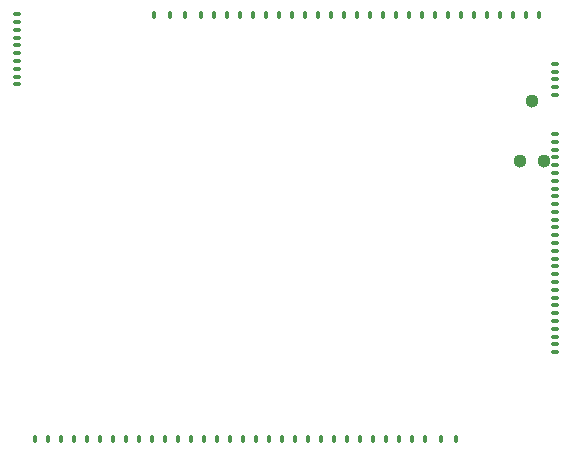
<source format=gbs>
G04*
G04 #@! TF.GenerationSoftware,Altium Limited,Altium Designer,20.0.10 (225)*
G04*
G04 Layer_Color=16711935*
%FSLAX25Y25*%
%MOIN*%
G70*
G01*
G75*
%ADD69C,0.04451*%
G04:AMPARAMS|DCode=90|XSize=15.35mil|YSize=25.2mil|CornerRadius=7.68mil|HoleSize=0mil|Usage=FLASHONLY|Rotation=90.000|XOffset=0mil|YOffset=0mil|HoleType=Round|Shape=RoundedRectangle|*
%AMROUNDEDRECTD90*
21,1,0.01535,0.00984,0,0,90.0*
21,1,0.00000,0.02520,0,0,90.0*
1,1,0.01535,0.00492,0.00000*
1,1,0.01535,0.00492,0.00000*
1,1,0.01535,-0.00492,0.00000*
1,1,0.01535,-0.00492,0.00000*
%
%ADD90ROUNDEDRECTD90*%
G04:AMPARAMS|DCode=91|XSize=15.35mil|YSize=25.2mil|CornerRadius=7.68mil|HoleSize=0mil|Usage=FLASHONLY|Rotation=0.000|XOffset=0mil|YOffset=0mil|HoleType=Round|Shape=RoundedRectangle|*
%AMROUNDEDRECTD91*
21,1,0.01535,0.00984,0,0,0.0*
21,1,0.00000,0.02520,0,0,0.0*
1,1,0.01535,0.00000,-0.00492*
1,1,0.01535,0.00000,-0.00492*
1,1,0.01535,0.00000,0.00492*
1,1,0.01535,0.00000,0.00492*
%
%ADD91ROUNDEDRECTD91*%
D69*
X169425Y94921D02*
D03*
X177425D02*
D03*
X173425Y114921D02*
D03*
D90*
X1870Y141181D02*
D03*
Y143780D02*
D03*
Y120394D02*
D03*
Y122992D02*
D03*
Y125591D02*
D03*
Y128189D02*
D03*
Y130787D02*
D03*
Y133386D02*
D03*
Y135984D02*
D03*
Y138583D02*
D03*
X181110Y51909D02*
D03*
Y54508D02*
D03*
Y57106D02*
D03*
Y59705D02*
D03*
Y62303D02*
D03*
Y64902D02*
D03*
Y67500D02*
D03*
Y70098D02*
D03*
Y72697D02*
D03*
Y75295D02*
D03*
Y77894D02*
D03*
Y80492D02*
D03*
Y83091D02*
D03*
Y85689D02*
D03*
Y88287D02*
D03*
Y90886D02*
D03*
Y93484D02*
D03*
Y96083D02*
D03*
Y98681D02*
D03*
Y101279D02*
D03*
Y103878D02*
D03*
Y116870D02*
D03*
Y127264D02*
D03*
Y124665D02*
D03*
Y122067D02*
D03*
Y119468D02*
D03*
Y31122D02*
D03*
Y33720D02*
D03*
Y36319D02*
D03*
Y38917D02*
D03*
Y41516D02*
D03*
Y44114D02*
D03*
Y46713D02*
D03*
Y49311D02*
D03*
D91*
X175689Y143512D02*
D03*
X7815Y2059D02*
D03*
X29469D02*
D03*
X33799D02*
D03*
X158366Y143512D02*
D03*
X154035D02*
D03*
X149705D02*
D03*
X145374D02*
D03*
X141043D02*
D03*
X136713D02*
D03*
X132382D02*
D03*
X128051D02*
D03*
X123720D02*
D03*
X119390D02*
D03*
X115059D02*
D03*
X110728D02*
D03*
X106398D02*
D03*
X102067D02*
D03*
X97736D02*
D03*
X93405D02*
D03*
X89075D02*
D03*
X84744D02*
D03*
X80413D02*
D03*
X76083D02*
D03*
X71752D02*
D03*
X67421D02*
D03*
X47461D02*
D03*
X52658D02*
D03*
X57854D02*
D03*
X63091D02*
D03*
X38130Y2059D02*
D03*
X42461D02*
D03*
X46791D02*
D03*
X51122D02*
D03*
X55453D02*
D03*
X59784D02*
D03*
X64114D02*
D03*
X68445D02*
D03*
X72776D02*
D03*
X77106D02*
D03*
X81437D02*
D03*
X85768D02*
D03*
X90099D02*
D03*
X94429D02*
D03*
X98760D02*
D03*
X103091D02*
D03*
X107421D02*
D03*
X111752D02*
D03*
X116083D02*
D03*
X120413D02*
D03*
X124744D02*
D03*
X129075D02*
D03*
X148130D02*
D03*
X142933D02*
D03*
X137736D02*
D03*
X133405D02*
D03*
X12146D02*
D03*
X16477D02*
D03*
X20807D02*
D03*
X25138D02*
D03*
X171358Y143512D02*
D03*
X167027D02*
D03*
X162697D02*
D03*
M02*

</source>
